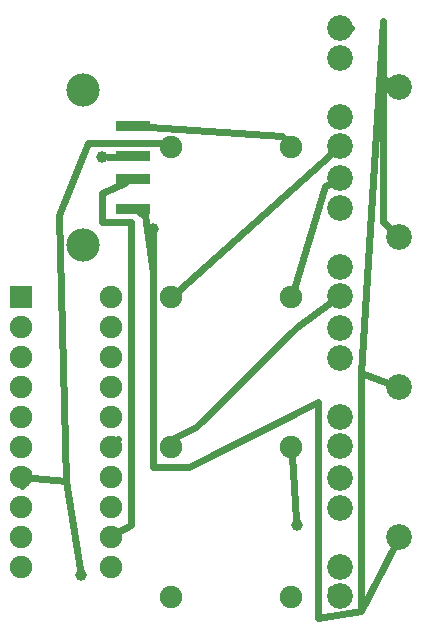
<source format=gtl>
G04 MADE WITH FRITZING*
G04 WWW.FRITZING.ORG*
G04 DOUBLE SIDED*
G04 HOLES PLATED*
G04 CONTOUR ON CENTER OF CONTOUR VECTOR*
%ASAXBY*%
%FSLAX23Y23*%
%MOIN*%
%OFA0B0*%
%SFA1.0B1.0*%
%ADD10C,0.039370*%
%ADD11C,0.075000*%
%ADD12C,0.111000*%
%ADD13C,0.086000*%
%ADD14R,0.075000X0.075000*%
%ADD15R,0.118110X0.035433*%
%ADD16C,0.024000*%
%LNCOPPER1*%
G90*
G70*
G54D10*
X468Y1561D03*
X636Y1321D03*
X1116Y337D03*
X396Y169D03*
G54D11*
X198Y1096D03*
X498Y1096D03*
X198Y996D03*
X498Y996D03*
X198Y896D03*
X498Y896D03*
X198Y796D03*
X498Y796D03*
X198Y696D03*
X498Y696D03*
X198Y596D03*
X498Y596D03*
X198Y496D03*
X498Y496D03*
X198Y396D03*
X498Y396D03*
X198Y296D03*
X498Y296D03*
X198Y196D03*
X498Y196D03*
G54D12*
X403Y1269D03*
X403Y1786D03*
X403Y1269D03*
X403Y1786D03*
G54D13*
X1456Y1796D03*
X1259Y1697D03*
X1259Y1599D03*
X1259Y1894D03*
X1259Y1993D03*
X1456Y1796D03*
X1259Y1697D03*
X1259Y1599D03*
X1259Y1894D03*
X1259Y1993D03*
X1456Y1296D03*
X1259Y1197D03*
X1259Y1099D03*
X1259Y1394D03*
X1259Y1493D03*
X1456Y1296D03*
X1259Y1197D03*
X1259Y1099D03*
X1259Y1394D03*
X1259Y1493D03*
X1456Y796D03*
X1259Y697D03*
X1259Y599D03*
X1259Y894D03*
X1259Y993D03*
X1456Y796D03*
X1259Y697D03*
X1259Y599D03*
X1259Y894D03*
X1259Y993D03*
X1456Y296D03*
X1259Y197D03*
X1259Y99D03*
X1259Y394D03*
X1259Y493D03*
X1456Y296D03*
X1259Y197D03*
X1259Y99D03*
X1259Y394D03*
X1259Y493D03*
G54D11*
X698Y1596D03*
X1098Y1596D03*
X698Y1096D03*
X1098Y1096D03*
X698Y596D03*
X1098Y596D03*
X698Y96D03*
X1098Y96D03*
G54D14*
X198Y1096D03*
G54D15*
X569Y1567D03*
X569Y1665D03*
X569Y1488D03*
X569Y1390D03*
G54D16*
X184Y1092D02*
X198Y1096D01*
D02*
X519Y621D02*
X498Y596D01*
D02*
X200Y497D02*
X198Y496D01*
D02*
X507Y497D02*
X498Y496D01*
D02*
X200Y1096D02*
X198Y1096D01*
D02*
X564Y337D02*
X564Y1345D01*
D02*
X522Y311D02*
X564Y337D01*
D02*
X200Y465D02*
X198Y496D01*
D02*
X1229Y1078D02*
X1116Y997D01*
D02*
X468Y1441D02*
X543Y1476D01*
D02*
X468Y1345D02*
X468Y1441D01*
D02*
X564Y1345D02*
X468Y1345D01*
D02*
X1231Y1574D02*
X719Y1115D01*
D02*
X708Y625D02*
X707Y623D01*
D02*
X780Y661D02*
X708Y625D01*
D02*
X1116Y997D02*
X780Y661D01*
D02*
X636Y1177D02*
X612Y1369D01*
D02*
X636Y1302D02*
X636Y1177D01*
D02*
X487Y1562D02*
X516Y1564D01*
D02*
X612Y1369D02*
X595Y1377D01*
D02*
X1404Y2017D02*
X1332Y841D01*
D02*
X1404Y1345D02*
X1404Y2017D01*
D02*
X1429Y1321D02*
X1404Y1345D01*
D02*
X1332Y49D02*
X1188Y25D01*
D02*
X1332Y841D02*
X1332Y49D01*
D02*
X1188Y745D02*
X756Y529D01*
D02*
X1188Y25D02*
X1188Y745D01*
D02*
X636Y529D02*
X636Y1177D01*
D02*
X756Y529D02*
X636Y529D01*
D02*
X1227Y1474D02*
X1212Y1465D01*
D02*
X1421Y808D02*
X1332Y841D01*
D02*
X1404Y1825D02*
X1404Y2017D01*
D02*
X1424Y1814D02*
X1404Y1825D01*
D02*
X1439Y263D02*
X1332Y49D01*
D02*
X1212Y1465D02*
X1107Y1123D01*
D02*
X1115Y356D02*
X1100Y567D01*
D02*
X623Y1662D02*
X1068Y1633D01*
X1068Y1633D02*
X1080Y1618D01*
D02*
X200Y497D02*
X222Y512D01*
D02*
X348Y481D02*
X200Y497D01*
D02*
X393Y188D02*
X348Y481D01*
D02*
X660Y1609D02*
X420Y1609D01*
D02*
X671Y1605D02*
X660Y1609D01*
D02*
X324Y1369D02*
X348Y481D01*
D02*
X420Y1609D02*
X324Y1369D01*
D02*
X493Y718D02*
X498Y696D01*
D02*
X1296Y1994D02*
X1259Y1993D01*
D02*
X1252Y105D02*
X1231Y122D01*
G04 End of Copper1*
M02*
</source>
